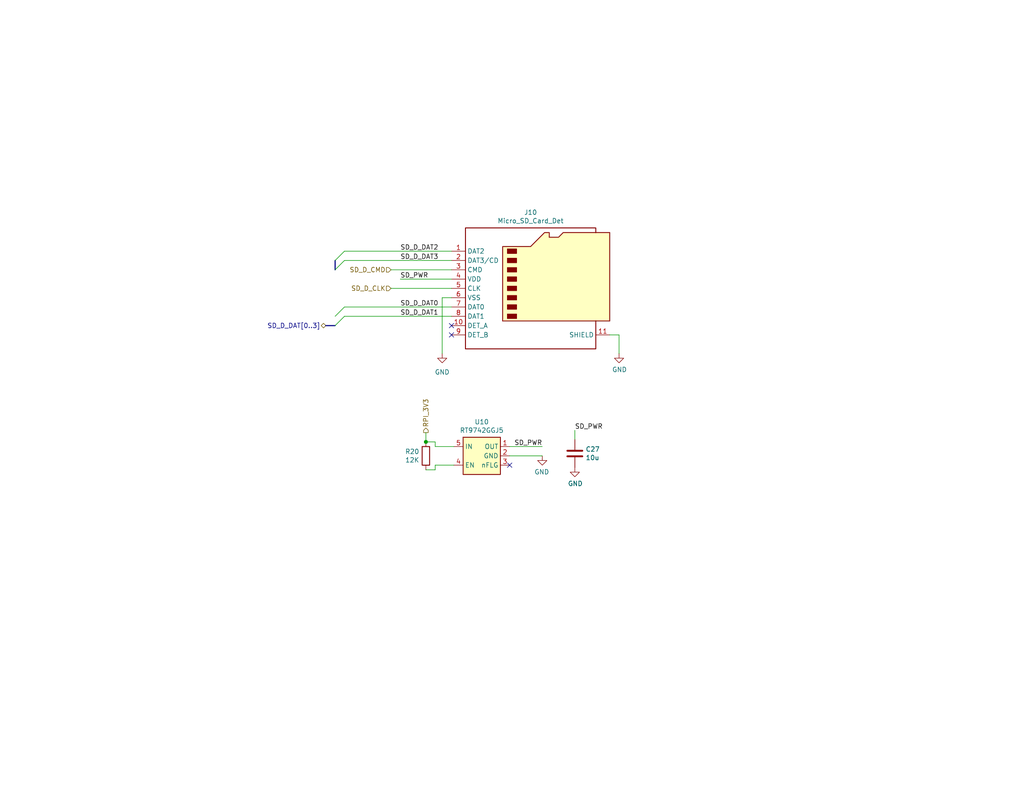
<source format=kicad_sch>
(kicad_sch (version 20210406) (generator eeschema)
  (paper "USLetter")
  (title_block (title "FlySensei RPi Stack - SD Card") (date "2021-05-24") (rev "0.1") (company "George Mason University"))
  (lib_symbols
    (symbol "CM4IO:RT9742GGJ5"
      (property "Reference" "U?" (at -1.27 16.891 0))
      (property "Value" "RT9742GGJ5" (at -1.27 14.5796 0))
      (symbol "RT9742GGJ5_0_0"
        (pin power_out line (at -8.89 10.16 0) (length 2.54) (name "OUT") (number "1"))
        (pin power_in line (at -8.89 7.62 0) (length 2.54) (name "GND") (number "2"))
        (pin open_collector line (at -8.89 5.08 0) (length 2.54) (name "nFLG") (number "3"))
        (pin input line (at 6.35 5.08 180) (length 2.54) (name "EN") (number "4"))
        (pin power_in line (at 6.35 10.16 180) (length 2.54) (name "IN") (number "5"))
      )
      (symbol "RT9742GGJ5_0_1"
        (rectangle (start -6.35 12.7) (end 3.81 2.54) (stroke (width 0.254)) (fill (type background)))
      )
    )
    (symbol "Connector:Micro_SD_Card_Det"
      (property "Reference" "J" (at -16.51 17.78 0))
      (property "Value" "Micro_SD_Card_Det" (at 16.51 17.78 0))
      (symbol "Micro_SD_Card_Det_0_1"
        (rectangle (start -7.62 -6.985) (end -5.08 -8.255) (fill (type outline)))
        (rectangle (start -7.62 -4.445) (end -5.08 -5.715) (fill (type outline)))
        (rectangle (start -7.62 -1.905) (end -5.08 -3.175) (fill (type outline)))
        (rectangle (start -7.62 0.635) (end -5.08 -0.635) (fill (type outline)))
        (rectangle (start -7.62 3.175) (end -5.08 1.905) (fill (type outline)))
        (rectangle (start -7.62 5.715) (end -5.08 4.445) (fill (type outline)))
        (rectangle (start -7.62 8.255) (end -5.08 6.985) (fill (type outline)))
        (rectangle (start -7.62 10.795) (end -5.08 9.525) (fill (type outline)))
        (polyline (pts (xy 16.51 15.24) (xy 16.51 16.51) (xy -19.05 16.51) (xy -19.05 -16.51) (xy 16.51 -16.51) (xy 16.51 -8.89)) (stroke (width 0.254)))
        (polyline (pts (xy -8.89 -8.89) (xy -8.89 11.43) (xy -1.27 11.43) (xy 2.54 15.24) (xy 3.81 15.24) (xy 3.81 13.97) (xy 6.35 13.97) (xy 7.62 15.24) (xy 20.32 15.24) (xy 20.32 -8.89) (xy -8.89 -8.89)) (stroke (width 0.254)) (fill (type background)))
      )
      (symbol "Micro_SD_Card_Det_1_1"
        (pin bidirectional line (at -22.86 10.16 0) (length 3.81) (name "DAT2") (number "1"))
        (pin passive line (at -22.86 -10.16 0) (length 3.81) (name "DET_A") (number "10"))
        (pin passive line (at 20.32 -12.7 180) (length 3.81) (name "SHIELD") (number "11"))
        (pin bidirectional line (at -22.86 7.62 0) (length 3.81) (name "DAT3/CD") (number "2"))
        (pin input line (at -22.86 5.08 0) (length 3.81) (name "CMD") (number "3"))
        (pin power_in line (at -22.86 2.54 0) (length 3.81) (name "VDD") (number "4"))
        (pin input line (at -22.86 0 0) (length 3.81) (name "CLK") (number "5"))
        (pin power_in line (at -22.86 -2.54 0) (length 3.81) (name "VSS") (number "6"))
        (pin bidirectional line (at -22.86 -5.08 0) (length 3.81) (name "DAT0") (number "7"))
        (pin bidirectional line (at -22.86 -7.62 0) (length 3.81) (name "DAT1") (number "8"))
        (pin passive line (at -22.86 -12.7 0) (length 3.81) (name "DET_B") (number "9"))
      )
    )
    (symbol "Device:C" (pin_numbers hide) (pin_names (offset 0.254))
      (property "Reference" "C" (at 0.635 2.54 0))
      (property "Value" "C" (at 0.635 -2.54 0))
      (symbol "C_0_1"
        (polyline (pts (xy -2.032 -0.762) (xy 2.032 -0.762)) (stroke (width 0.508)))
        (polyline (pts (xy -2.032 0.762) (xy 2.032 0.762)) (stroke (width 0.508)))
      )
      (symbol "C_1_1"
        (pin passive line (at 0 3.81 270) (length 2.794) (name "~") (number "1"))
        (pin passive line (at 0 -3.81 90) (length 2.794) (name "~") (number "2"))
      )
    )
    (symbol "Device:R" (pin_numbers hide) (pin_names (offset 0))
      (property "Reference" "R" (at 2.032 0 90))
      (property "Value" "R" (at 0 0 90))
      (symbol "R_0_1"
        (rectangle (start -1.016 -2.54) (end 1.016 2.54) (stroke (width 0.254)))
      )
      (symbol "R_1_1"
        (pin passive line (at 0 3.81 270) (length 1.27) (name "~") (number "1"))
        (pin passive line (at 0 -3.81 90) (length 1.27) (name "~") (number "2"))
      )
    )
    (symbol "power:GND" (power) (pin_names (offset 0))
      (property "Value" "GND" (at 0 -3.81 0))
      (symbol "GND_0_1"
        (polyline (pts (xy 0 0) (xy 0 -1.27) (xy 1.27 -1.27) (xy 0 -2.54) (xy -1.27 -1.27) (xy 0 -1.27)))
      )
      (symbol "GND_1_1"
        (pin power_in line (at 0 0 270) (length 0) hide (name "GND") (number "1"))
      )
    )
  )
  (junction (at 116.205 120.65) (diameter 0.9144))
  (no_connect (at 123.19 88.9))
  (no_connect (at 123.19 91.44))
  (no_connect (at 139.065 127))
  (bus_entry (at 91.44 71.12) (size 2.54 -2.54) (stroke (width 0.1524)))
  (bus_entry (at 91.44 73.66) (size 2.54 -2.54) (stroke (width 0.1524)))
  (bus_entry (at 91.44 86.36) (size 2.54 -2.54) (stroke (width 0.1524)))
  (bus_entry (at 91.44 88.9) (size 2.54 -2.54) (stroke (width 0.1524)))
  (wire (pts (xy 93.98 68.58) (xy 123.19 68.58)))
  (wire (pts (xy 93.98 71.12) (xy 123.19 71.12)))
  (wire (pts (xy 93.98 83.82) (xy 123.19 83.82)))
  (wire (pts (xy 93.98 86.36) (xy 123.19 86.36)))
  (wire (pts (xy 106.68 73.66) (xy 123.19 73.66)))
  (wire (pts (xy 106.68 78.74) (xy 123.19 78.74)))
  (wire (pts (xy 109.22 76.2) (xy 123.19 76.2)))
  (wire (pts (xy 116.205 118.11) (xy 116.205 120.65)))
  (wire (pts (xy 116.205 128.27) (xy 118.745 128.27)))
  (wire (pts (xy 118.745 120.65) (xy 116.205 120.65)))
  (wire (pts (xy 118.745 121.92) (xy 118.745 120.65)))
  (wire (pts (xy 118.745 127) (xy 123.825 127)))
  (wire (pts (xy 118.745 128.27) (xy 118.745 127)))
  (wire (pts (xy 120.65 81.28) (xy 120.65 96.52)))
  (wire (pts (xy 120.65 81.28) (xy 123.19 81.28)))
  (wire (pts (xy 123.825 121.92) (xy 118.745 121.92)))
  (wire (pts (xy 139.065 121.92) (xy 147.955 121.92)))
  (wire (pts (xy 139.065 124.46) (xy 147.955 124.46)))
  (wire (pts (xy 156.845 117.475) (xy 156.845 120.015)))
  (wire (pts (xy 166.37 91.44) (xy 168.91 91.44)))
  (wire (pts (xy 168.91 91.44) (xy 168.91 96.52)))
  (bus (pts (xy 88.9 88.9) (xy 91.44 88.9)))
  (bus (pts (xy 91.44 71.12) (xy 91.44 88.9)))
  (label "SD_D_DAT2" (at 109.22 68.58 0))
  (label "SD_D_DAT3" (at 109.22 71.12 0))
  (label "SD_PWR" (at 109.22 76.2 0))
  (label "SD_D_DAT0" (at 109.22 83.82 0))
  (label "SD_D_DAT1" (at 109.22 86.36 0))
  (label "SD_PWR" (at 147.955 121.92 180))
  (label "SD_PWR" (at 156.845 117.475 0))
  (hierarchical_label "SD_D_DAT[0..3]" (shape bidirectional) (at 88.9 88.9 180))
  (hierarchical_label "SD_D_CMD" (shape input) (at 106.68 73.66 180))
  (hierarchical_label "SD_D_CLK" (shape input) (at 106.68 78.74 180))
  (hierarchical_label "RPI_3V3" (shape output) (at 116.205 118.11 90))
  (symbol (lib_id "power:GND") (at 120.65 96.52 0) (unit 1)
    (property "Reference" "#PWR0187" (effects hide))
    (property "Value" "GND" (at 120.65 101.6 0))
  )
  (symbol (lib_id "power:GND") (at 147.955 124.46 0) (mirror y) (unit 1)
    (property "Reference" "#PWR0185" (effects hide))
    (property "Value" "GND" (at 147.828 128.8542 0))
  )
  (symbol (lib_id "power:GND") (at 156.845 127.635 0) (unit 1)
    (property "Reference" "#PWR0186" (effects hide))
    (property "Value" "GND" (at 156.972 132.0292 0))
  )
  (symbol (lib_id "power:GND") (at 168.91 96.52 0) (unit 1)
    (property "Reference" "#PWR0188" (effects hide))
    (property "Value" "GND" (at 169.037 100.9142 0))
  )
  (symbol (lib_id "Device:R") (at 116.205 124.46 0) (mirror y) (unit 1)
    (property "Reference" "R20" (at 114.427 123.2916 0) (effects (justify left)))
    (property "Value" "12K" (at 114.427 125.603 0) (effects (justify left)))
    (property "Footprint" "Resistor_SMD:R_0402_1005Metric" (effects hide))
    (property "Datasheet" "https://fscdn.rohm.com/en/products/databook/datasheet/passive/resistor/chip_resistor/mcr-e.pdf" (effects hide))
    (property "Field4" "Farnell" (effects hide))
    (property "Field5" "9239367" (effects hide))
    (property "Field7" "Rohm" (effects hide))
    (property "Field6" "MCR01MZPF1202" (effects hide))
    (property "Part Description" "Resistor 12K M1005 1% 63mW" (effects hide))
  )
  (symbol (lib_id "Device:C") (at 156.845 123.825 0) (unit 1)
    (property "Reference" "C27" (at 159.766 122.6566 0) (effects (justify left)))
    (property "Value" "10u" (at 159.766 124.968 0) (effects (justify left)))
    (property "Footprint" "Capacitor_SMD:C_0805_2012Metric" (effects hide))
    (property "Datasheet" "https://search.murata.co.jp/Ceramy/image/img/A01X/G101/ENG/GRM21BR71A106KA73-01.pdf" (effects hide))
    (property "Field5" "490-14381-1-ND" (effects hide))
    (property "Field4" "Digikey" (effects hide))
    (property "Field6" "GRM21BR71A106KA73L" (effects hide))
    (property "Field7" "Murata" (effects hide))
    (property "Part Description" "	10uF 10% 10V Ceramic Capacitor X7R 0805 (2012 Metric)" (effects hide))
    (property "Field8" "111893011" (effects hide))
  )
  (symbol (lib_id "CM4IO:RT9742GGJ5") (at 130.175 132.08 0) (mirror y) (unit 1)
    (property "Reference" "U10" (at 131.445 115.189 0))
    (property "Value" "RT9742GGJ5" (at 131.445 117.5004 0))
    (property "Footprint" "Package_TO_SOT_SMD:SOT-23-5" (effects hide))
    (property "Datasheet" "https://www.richtek.com/assets/product_file/RT9742/DS9742-00.pdf" (effects hide))
    (property "Field4" "Farnell" (effects hide))
    (property "Field5" "	2545875" (effects hide))
    (property "Field6" "RT9742GGJ5" (effects hide))
    (property "Field7" "RichTek" (effects hide))
    (property "Field8" "USWI00166" (effects hide))
    (property "Part Description" "	Power Switch/Driver 1:1 N-Channel 1A TSOT-23-5" (effects hide))
  )
  (symbol (lib_id "Connector:Micro_SD_Card_Det") (at 146.05 78.74 0) (unit 1)
    (property "Reference" "J10" (at 144.78 57.9882 0))
    (property "Value" "Micro_SD_Card_Det" (at 144.78 60.2996 0))
    (property "Footprint" "CM4IO:SDCARD_MOLEX_503398-1892" (effects hide))
    (property "Datasheet" "https://www.hirose.com/product/en/download_file/key_name/DM3/category/Catalog/doc_file_id/49662/?file_category_id=4&item_id=195&is_series=1" (effects hide))
    (property "Field4" "Farnell" (effects hide))
    (property "Field5" "2358234" (effects hide))
    (property "Field6" "503398-1892" (effects hide))
    (property "Field7" "Molex" (effects hide))
    (property "Part Description" "9 (8 + 1) Position Card Connector microSD™ Surface Mount, Right Angle Gold" (effects hide))
    (property "Field8" "UCON00512" (effects hide))
  )
)
</source>
